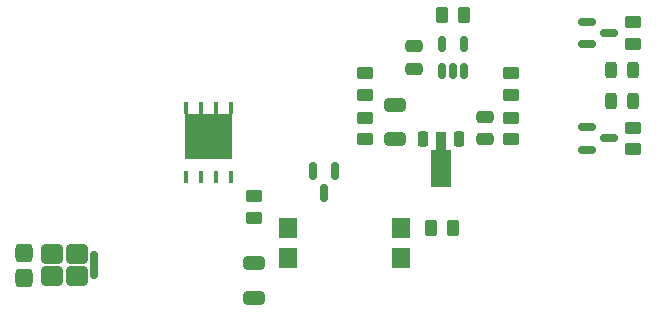
<source format=gbr>
%TF.GenerationSoftware,KiCad,Pcbnew,8.0.0*%
%TF.CreationDate,2024-11-10T13:42:00+01:00*%
%TF.ProjectId,polarizing_coil_driver,706f6c61-7269-47a6-996e-675f636f696c,rev?*%
%TF.SameCoordinates,Original*%
%TF.FileFunction,Paste,Top*%
%TF.FilePolarity,Positive*%
%FSLAX46Y46*%
G04 Gerber Fmt 4.6, Leading zero omitted, Abs format (unit mm)*
G04 Created by KiCad (PCBNEW 8.0.0) date 2024-11-10 13:42:00*
%MOMM*%
%LPD*%
G01*
G04 APERTURE LIST*
G04 Aperture macros list*
%AMRoundRect*
0 Rectangle with rounded corners*
0 $1 Rounding radius*
0 $2 $3 $4 $5 $6 $7 $8 $9 X,Y pos of 4 corners*
0 Add a 4 corners polygon primitive as box body*
4,1,4,$2,$3,$4,$5,$6,$7,$8,$9,$2,$3,0*
0 Add four circle primitives for the rounded corners*
1,1,$1+$1,$2,$3*
1,1,$1+$1,$4,$5*
1,1,$1+$1,$6,$7*
1,1,$1+$1,$8,$9*
0 Add four rect primitives between the rounded corners*
20,1,$1+$1,$2,$3,$4,$5,0*
20,1,$1+$1,$4,$5,$6,$7,0*
20,1,$1+$1,$6,$7,$8,$9,0*
20,1,$1+$1,$8,$9,$2,$3,0*%
%AMFreePoly0*
4,1,9,3.862500,-0.866500,0.737500,-0.866500,0.737500,-0.450000,-0.737500,-0.450000,-0.737500,0.450000,0.737500,0.450000,0.737500,0.866500,3.862500,0.866500,3.862500,-0.866500,3.862500,-0.866500,$1*%
G04 Aperture macros list end*
%ADD10C,0.000000*%
%ADD11RoundRect,0.150000X-0.587500X-0.150000X0.587500X-0.150000X0.587500X0.150000X-0.587500X0.150000X0*%
%ADD12RoundRect,0.425000X0.525000X0.425000X-0.525000X0.425000X-0.525000X-0.425000X0.525000X-0.425000X0*%
%ADD13RoundRect,0.150000X0.150000X1.050000X-0.150000X1.050000X-0.150000X-1.050000X0.150000X-1.050000X0*%
%ADD14RoundRect,0.360000X0.360000X0.440000X-0.360000X0.440000X-0.360000X-0.440000X0.360000X-0.440000X0*%
%ADD15R,1.500000X1.780000*%
%ADD16RoundRect,0.250000X-0.450000X0.262500X-0.450000X-0.262500X0.450000X-0.262500X0.450000X0.262500X0*%
%ADD17RoundRect,0.150000X0.150000X-0.512500X0.150000X0.512500X-0.150000X0.512500X-0.150000X-0.512500X0*%
%ADD18RoundRect,0.250000X0.450000X-0.262500X0.450000X0.262500X-0.450000X0.262500X-0.450000X-0.262500X0*%
%ADD19RoundRect,0.150000X-0.150000X0.587500X-0.150000X-0.587500X0.150000X-0.587500X0.150000X0.587500X0*%
%ADD20RoundRect,0.250000X0.650000X-0.325000X0.650000X0.325000X-0.650000X0.325000X-0.650000X-0.325000X0*%
%ADD21RoundRect,0.243750X0.243750X0.456250X-0.243750X0.456250X-0.243750X-0.456250X0.243750X-0.456250X0*%
%ADD22RoundRect,0.250000X-0.262500X-0.450000X0.262500X-0.450000X0.262500X0.450000X-0.262500X0.450000X0*%
%ADD23RoundRect,0.250000X0.475000X-0.250000X0.475000X0.250000X-0.475000X0.250000X-0.475000X-0.250000X0*%
%ADD24RoundRect,0.250000X-0.475000X0.250000X-0.475000X-0.250000X0.475000X-0.250000X0.475000X0.250000X0*%
%ADD25RoundRect,0.243750X-0.243750X-0.456250X0.243750X-0.456250X0.243750X0.456250X-0.243750X0.456250X0*%
%ADD26R,0.457200X1.016000*%
%ADD27R,3.988000X3.835000*%
%ADD28RoundRect,0.225000X-0.225000X0.425000X-0.225000X-0.425000X0.225000X-0.425000X0.225000X0.425000X0*%
%ADD29FreePoly0,270.000000*%
G04 APERTURE END LIST*
D10*
%TO.C,Q4*%
G36*
X123628900Y-120355433D02*
G01*
X119641100Y-120355433D01*
X119641100Y-116520033D01*
X123628900Y-116520033D01*
X123628900Y-120355433D01*
G37*
%TD*%
D11*
%TO.C,Q3*%
X153650000Y-117650000D03*
X153650000Y-119550000D03*
X155525000Y-118600000D03*
%TD*%
D12*
%TO.C,D3*%
X108380000Y-128385000D03*
X108380000Y-130285000D03*
X110480000Y-128385000D03*
X110480000Y-130285000D03*
D13*
X111930000Y-129335000D03*
D14*
X106000000Y-128270000D03*
X106000000Y-130400000D03*
%TD*%
D15*
%TO.C,U3*%
X137865000Y-128770000D03*
X137865000Y-126230000D03*
X128335000Y-126230000D03*
X128335000Y-128770000D03*
%TD*%
D16*
%TO.C,R8*%
X157587500Y-117687500D03*
X157587500Y-119512500D03*
%TD*%
%TO.C,R6*%
X125500000Y-123487500D03*
X125500000Y-125312500D03*
%TD*%
D17*
%TO.C,U2*%
X141356606Y-112887500D03*
X142306606Y-112887500D03*
X143256606Y-112887500D03*
X143256606Y-110612500D03*
X141356606Y-110612500D03*
%TD*%
D18*
%TO.C,R2*%
X134818750Y-114900000D03*
X134818750Y-113075000D03*
%TD*%
D19*
%TO.C,Q2*%
X132350000Y-121362500D03*
X130450000Y-121362500D03*
X131400000Y-123237500D03*
%TD*%
D11*
%TO.C,Q1*%
X153650000Y-108750000D03*
X153650000Y-110650000D03*
X155525000Y-109700000D03*
%TD*%
D18*
%TO.C,R1*%
X134818750Y-118700000D03*
X134818750Y-116875000D03*
%TD*%
D20*
%TO.C,C1*%
X137418750Y-118700000D03*
X137418750Y-115750000D03*
%TD*%
%TO.C,C4*%
X125500000Y-132100000D03*
X125500000Y-129150000D03*
%TD*%
D21*
%TO.C,D2*%
X157587500Y-115400000D03*
X155712500Y-115400000D03*
%TD*%
D16*
%TO.C,R7*%
X157587500Y-108787500D03*
X157587500Y-110612500D03*
%TD*%
D18*
%TO.C,R4*%
X147218750Y-114928437D03*
X147218750Y-113103437D03*
%TD*%
D22*
%TO.C,R9*%
X140487500Y-126230000D03*
X142312500Y-126230000D03*
%TD*%
D23*
%TO.C,C2*%
X145018750Y-118700000D03*
X145018750Y-116800000D03*
%TD*%
D24*
%TO.C,C3*%
X138975852Y-110800000D03*
X138975852Y-112700000D03*
%TD*%
D25*
%TO.C,D1*%
X155712500Y-112800000D03*
X157587500Y-112800000D03*
%TD*%
D18*
%TO.C,R3*%
X147218750Y-118700000D03*
X147218750Y-116875000D03*
%TD*%
D22*
%TO.C,R5*%
X141396311Y-108191189D03*
X143221311Y-108191189D03*
%TD*%
D26*
%TO.C,Q4*%
X119730000Y-121856845D03*
X121000000Y-121856845D03*
X122270000Y-121856845D03*
X123540000Y-121856845D03*
D27*
X121635000Y-118435045D03*
D26*
X123540000Y-116013245D03*
X122270000Y-116013245D03*
X121000000Y-116013245D03*
X119730000Y-116013245D03*
%TD*%
D28*
%TO.C,U4*%
X142781250Y-118700000D03*
D29*
X141281250Y-118787500D03*
D28*
X139781250Y-118700000D03*
%TD*%
M02*

</source>
